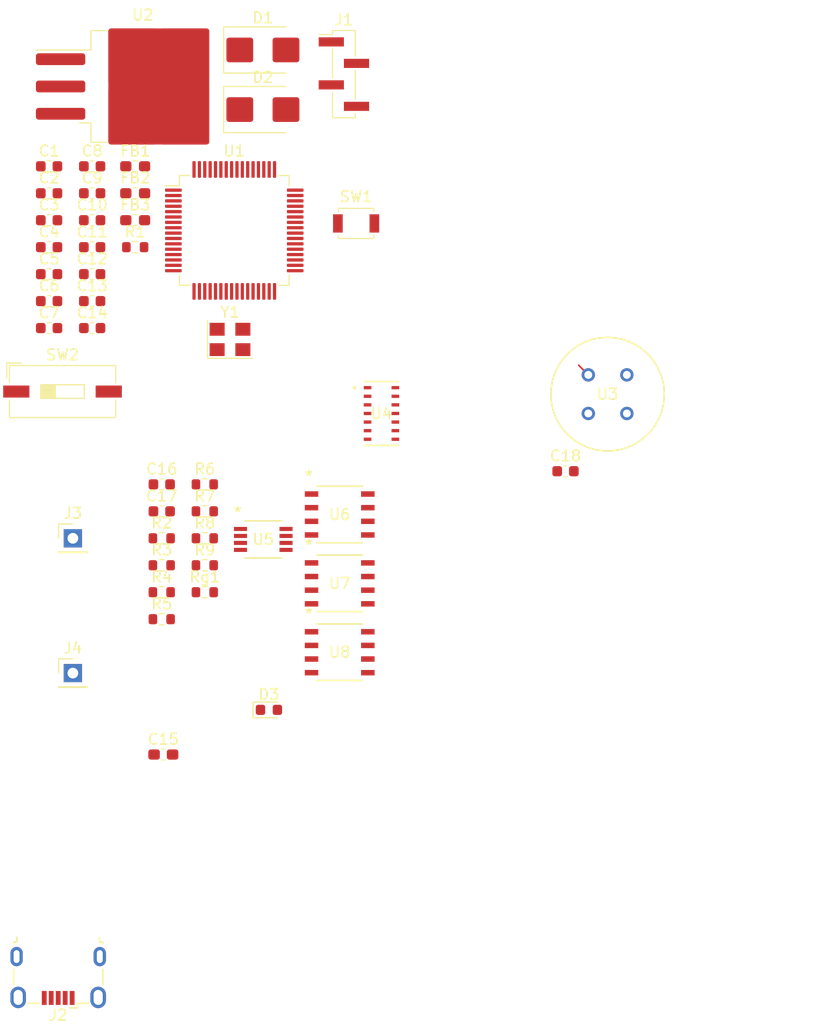
<source format=kicad_pcb>
(kicad_pcb (version 20221018) (generator pcbnew)
  (layers (0 "F.Cu" signal) (31 "B.Cu" signal) (34 "B.Paste" user) (35 "F.Paste" user) (36 "B.SilkS" user "B.Silkscreen") (37 "F.SilkS" user "F.Silkscreen") (38 "B.Mask" user) (39 "F.Mask" user) (44 "Edge.Cuts" user))
  (net 0 "")
  (net 1 "VBUS")
  (net 2 "GND")
  (net 3 "Net-(U2-VO)")
  (net 4 "+3.3VA")
  (net 5 "+3.3V")
  (net 6 "NRST")
  (net 7 "HSE_IN")
  (net 8 "HSE_OUT")
  (net 9 "/sw_boot")
  (net 10 "SWDIO")
  (net 11 "SWCLK")
  (net 12 "USB_D-")
  (net 13 "USB_D+")
  (net 16 "BOOT")
  (net 24 "Net-(C15-Pad1)")
  (net 25 "Net-(U7A-+)")
  (net 26 "Net-(C16-Pad1)")
  (net 37 "Temp_SCL")
  (net 48 "/EMG")
  (net 57 "oxi_scl")
  (net 61 "oxi_sda")
  (net 71 "Vref")
  (net 72 "Net-(U8A--)")
  (net 73 "ADC1-1")
  (net 74 "Net-(J4-Pin_1)")
  (net 75 "Net-(U6A-+)")
  (net 76 "Net-(R5-Pad1)")
  (net 77 "Net-(U7A--)")
  (net 78 "Net-(U8A-+)")
  (net 79 "Net-(Rg1-Pad1)")
  (net 80 "Net-(Rg1-Pad2)")
  (net 81 "ADC1-0")
  (net 82 "Temp_SDA")
  (net 83 "scl_lcd")
  (net 84 "sda_lcd")
  (footprint "Capacitor_SMD:C_0603_1608Metric" (layer "F.Cu") (at 115.29 68.43)
    (fp_text reference "C8" (at 0 -1.43) (layer "F.SilkS"))
    (fp_text value "100nF")
    (fp_line (start -0.14058 -0.51) (end 0.14058 -0.51) (stroke (width 0.12)) (layer "F.SilkS"))
    (fp_line (start -0.14058 0.51) (end 0.14058 0.51) (stroke (width 0.12)) (layer "F.SilkS"))
    (pad "1" smd roundrect (at -0.775 0) (size 0.9 0.95) (layers "F.Cu" "F.Paste" "F.Mask") (net 5 "+3.3V"))
    (pad "2" smd roundrect (at 0.775 0) (size 0.9 0.95) (layers "F.Cu" "F.Paste" "F.Mask") (net 2 "GND"))
  )
  (footprint "Button_Switch_SMD:SW_DIP_SPSTx01_Slide_9.78x4.72mm_W8.61mm_P2.54mm" (layer "F.Cu") (at 112.53 89.4)
    (fp_text reference "SW2" (at 0 -3.42) (layer "F.SilkS"))
    (fp_text value "SW_SPDT")
    (fp_line (start -5.19 -2.66) (end -5.19 -1.277) (stroke (width 0.12)) (layer "F.SilkS"))
    (fp_line (start -5.19 -2.66) (end -3.806 -2.66) (stroke (width 0.12)) (layer "F.SilkS"))
    (fp_line (start -4.95 -2.42) (end -4.95 -0.8) (stroke (width 0.12)) (layer "F.SilkS"))
    (fp_line (start -4.95 -2.42) (end 4.95 -2.42) (stroke (width 0.12)) (layer "F.SilkS"))
    (fp_line (start -4.95 0.8) (end -4.95 2.42) (stroke (width 0.12)) (layer "F.SilkS"))
    (fp_line (start -4.95 2.42) (end 4.95 2.42) (stroke (width 0.12)) (layer "F.SilkS"))
    (fp_line (start -2.03 -0.635) (end -2.03 0.635) (stroke (width 0.12)) (layer "F.SilkS"))
    (fp_line (start -2.03 -0.515) (end -0.676667 -0.515) (stroke (width 0.12)) (layer "F.SilkS"))
    (fp_line (start -2.03 -0.395) (end -0.676667 -0.395) (stroke (width 0.12)) (layer "F.SilkS"))
    (fp_line (start -2.03 -0.275) (end -0.676667 -0.275) (stroke (width 0.12)) (layer "F.SilkS"))
    (fp_line (start -2.03 -0.155) (end -0.676667 -0.155) (stroke (width 0.12)) (layer "F.SilkS"))
    (fp_line (start -2.03 -0.035) (end -0.676667 -0.035) (stroke (width 0.12)) (layer "F.SilkS"))
    (fp_line (start -2.03 0.085) (end -0.676667 0.085) (stroke (width 0.12)) (layer "F.SilkS"))
    (fp_line (start -2.03 0.205) (end -0.676667 0.205) (stroke (width 0.12)) (layer "F.SilkS"))
    (fp_line (start -2.03 0.325) (end -0.676667 0.325) (stroke (width 0.12)) (layer "F.SilkS"))
    (fp_line (start -2.03 0.445) (end -0.676667 0.445) (stroke (width 0.12)) (layer "F.SilkS"))
    (fp_line (start -2.03 0.565) (end -0.676667 0.565) (stroke (width 0.12)) (layer "F.SilkS"))
    (fp_line (start -2.03 0.635) (end 2.03 0.635) (stroke (width 0.12)) (layer "F.SilkS"))
    (fp_line (start -0.676667 -0.635) (end -0.676667 0.635) (stroke (width 0.12)) (layer "F.SilkS"))
    (fp_line (start 2.03 -0.635) (end -2.03 -0.635) (stroke (width 0.12)) (layer "F.SilkS"))
    (fp_line (start 2.03 0.635) (end 2.03 -0.635) (stroke (width 0.12)) (layer "F.SilkS"))
    (fp_line (start 4.95 -2.42) (end 4.95 -0.8) (stroke (width 0.12)) (layer "F.SilkS"))
    (fp_line (start 4.95 0.8) (end 4.95 2.42) (stroke (width 0.12)) (layer "F.SilkS"))
    (pad "1" smd rect (at -4.305 0) (size 2.44 1.12) (layers "F.Cu" "F.Paste" "F.Mask") (net 2 "GND"))
    (pad "2" smd rect (at 4.305 0) (size 2.44 1.12) (layers "F.Cu" "F.Paste" "F.Mask") (net 9 "/sw_boot"))
  )
  (footprint "Resistor_SMD:R_0603_1608Metric" (layer "F.Cu") (at 121.773 103.06)
    (fp_text reference "R2" (at 0 -1.43) (layer "F.SilkS"))
    (fp_text value "10k")
    (fp_line (start -0.237258 -0.5225) (end 0.237258 -0.5225) (stroke (width 0.12)) (layer "F.SilkS"))
    (fp_line (start -0.237258 0.5225) (end 0.237258 0.5225) (stroke (width 0.12)) (layer "F.SilkS"))
    (pad "1" smd roundrect (at -0.825 0) (size 0.8 0.95) (layers "F.Cu" "F.Paste" "F.Mask") (net 1 "VBUS"))
    (pad "2" smd roundrect (at 0.825 0) (size 0.8 0.95) (layers "F.Cu" "F.Paste" "F.Mask") (net 75 "Net-(U6A-+)"))
  )
  (footprint "Capacitor_SMD:C_0603_1608Metric" (layer "F.Cu") (at 111.28 73.45)
    (fp_text reference "C3" (at 0 -1.43) (layer "F.SilkS"))
    (fp_text value "10nF")
    (fp_line (start -0.14058 -0.51) (end 0.14058 -0.51) (stroke (width 0.12)) (layer "F.SilkS"))
    (fp_line (start -0.14058 0.51) (end 0.14058 0.51) (stroke (width 0.12)) (layer "F.SilkS"))
    (pad "1" smd roundrect (at -0.775 0) (size 0.9 0.95) (layers "F.Cu" "F.Paste" "F.Mask") (net 4 "+3.3VA"))
    (pad "2" smd roundrect (at 0.775 0) (size 0.9 0.95) (layers "F.Cu" "F.Paste" "F.Mask") (net 2 "GND"))
  )
  (footprint "Capacitor_SMD:C_0603_1608Metric" (layer "F.Cu") (at 111.28 75.96)
    (fp_text reference "C4" (at 0 -1.43) (layer "F.SilkS"))
    (fp_text value "1uF")
    (fp_line (start -0.14058 -0.51) (end 0.14058 -0.51) (stroke (width 0.12)) (layer "F.SilkS"))
    (fp_line (start -0.14058 0.51) (end 0.14058 0.51) (stroke (width 0.12)) (layer "F.SilkS"))
    (pad "1" smd roundrect (at -0.775 0) (size 0.9 0.95) (layers "F.Cu" "F.Paste" "F.Mask") (net 4 "+3.3VA"))
    (pad "2" smd roundrect (at 0.775 0) (size 0.9 0.95) (layers "F.Cu" "F.Paste" "F.Mask") (net 2 "GND"))
  )
  (footprint "Resistor_SMD:R_0603_1608Metric" (layer "F.Cu") (at 125.783 100.55)
    (fp_text reference "R7" (at 0 -1.43) (layer "F.SilkS"))
    (fp_text value "1k")
    (fp_line (start -0.237258 -0.5225) (end 0.237258 -0.5225) (stroke (width 0.12)) (layer "F.SilkS"))
    (fp_line (start -0.237258 0.5225) (end 0.237258 0.5225) (stroke (width 0.12)) (layer "F.SilkS"))
    (pad "1" smd roundrect (at -0.825 0) (size 0.8 0.95) (layers "F.Cu" "F.Paste" "F.Mask") (net 76 "Net-(R5-Pad1)"))
    (pad "2" smd roundrect (at 0.825 0) (size 0.8 0.95) (layers "F.Cu" "F.Paste" "F.Mask") (net 26 "Net-(C16-Pad1)"))
  )
  (footprint "Capacitor_SMD:C_0603_1608Metric_Pad1.08x0.95mm_HandSolder" (layer "F.Cu") (at 121.92 123.19)
    (fp_text reference "C15" (at 0 -1.43) (layer "F.SilkS"))
    (fp_text value "1uF")
    (fp_line (start -0.146267 -0.51) (end 0.146267 -0.51) (stroke (width 0.12)) (layer "F.SilkS"))
    (fp_line (start -0.146267 0.51) (end 0.146267 0.51) (stroke (width 0.12)) (layer "F.SilkS"))
    (pad "1" smd roundrect (at -0.8625 0) (size 1.075 0.95) (layers "F.Cu" "F.Paste" "F.Mask") (net 24 "Net-(C15-Pad1)"))
    (pad "2" smd roundrect (at 0.8625 0) (size 1.075 0.95) (layers "F.Cu" "F.Paste" "F.Mask") (net 25 "Net-(U7A-+)"))
  )
  (footprint "Package_QFP:LQFP-64_10x10mm_P0.5mm" (layer "F.Cu") (at 128.53 74.4)
    (fp_text reference "U1" (at 0 -7.4) (layer "F.SilkS"))
    (fp_text value "STM32F446RET6TR")
    (fp_line (start -5.11 -5.11) (end -5.11 -4.16) (stroke (width 0.12)) (layer "F.SilkS"))
    (fp_line (start -5.11 -4.16) (end -6.45 -4.16) (stroke (width 0.12)) (layer "F.SilkS"))
    (fp_line (start -5.11 5.11) (end -5.11 4.16) (stroke (width 0.12)) (layer "F.SilkS"))
    (fp_line (start -4.16 -5.11) (end -5.11 -5.11) (stroke (width 0.12)) (layer "F.SilkS"))
    (fp_line (start -4.16 5.11) (end -5.11 5.11) (stroke (width 0.12)) (layer "F.SilkS"))
    (fp_line (start 4.16 -5.11) (end 5.11 -5.11) (stroke (width 0.12)) (layer "F.SilkS"))
    (fp_line (start 4.16 5.11) (end 5.11 5.11) (stroke (width 0.12)) (layer "F.SilkS"))
    (fp_line (start 5.11 -5.11) (end 5.11 -4.16) (stroke (width 0.12)) (layer "F.SilkS"))
    (fp_line (start 5.11 5.11) (end 5.11 4.16) (stroke (width 0.12)) (layer "F.SilkS"))
    (pad "1" smd roundrect (at -5.675 -3.75) (size 1.55 0.3) (layers "F.Cu" "F.Paste" "F.Mask") (net 5 "+3.3V"))
    (pad "2" smd roundrect (at -5.675 -3.25) (size 1.55 0.3) (layers "F.Cu" "F.Paste" "F.Mask"))
    (pad "3" smd roundrect (at -5.675 -2.75) (size 1.55 0.3) (layers "F.Cu" "F.Paste" "F.Mask"))
    (pad "4" smd roundrect (at -5.675 -2.25) (size 1.55 0.3) (layers "F.Cu" "F.Paste" "F.Mask"))
    (pad "5" smd roundrect (at -5.675 -1.75) (size 1.55 0.3) (layers "F.Cu" "F.Paste" "F.Mask") (net 7 "HSE_IN"))
    (pad "6" smd roundrect (at -5.675 -1.25) (size 1.55 0.3) (layers "F.Cu" "F.Paste" "F.Mask") (net 8 "HSE_OUT"))
    (pad "7" smd roundrect (at -5.675 -0.75) (size 1.55 0.3) (layers "F.Cu" "F.Paste" "F.Mask") (net 6 "NRST"))
    (pad "8" smd roundrect (at -5.675 -0.25) (size 1.55 0.3) (layers "F.Cu" "F.Paste" "F.Mask"))
    (pad "9" smd roundrect (at -5.675 0.25) (size 1.55 0.3) (layers "F.Cu" "F.Paste" "F.Mask"))
    (pad "10" smd roundrect (at -5.675 0.75) (size 1.55 0.3) (layers "F.Cu" "F.Paste" "F.Mask"))
    (pad "11" smd roundrect (at -5.675 1.25) (size 1.55 0.3) (layers "F.Cu" "F.Paste" "F.Mask"))
    (pad "12" smd roundrect (at -5.675 1.75) (size 1.55 0.3) (layers "F.Cu" "F.Paste" "F.Mask") (net 2 "GND"))
    (pad "13" smd roundrect (at -5.675 2.25) (size 1.55 0.3) (layers "F.Cu" "F.Paste" "F.Mask") (net 4 "+3.3VA"))
    (pad "14" smd roundrect (at -5.675 2.75) (size 1.55 0.3) (layers "F.Cu" "F.Paste" "F.Mask") (net 81 "ADC1-0"))
    (pad "15" smd roundrect (at -5.675 3.25) (size 1.55 0.3) (layers "F.Cu" "F.Paste" "F.Mask") (net 73 "ADC1-1"))
    (pad "16" smd roundrect (at -5.675 3.75) (size 1.55 0.3) (layers "F.Cu" "F.Paste" "F.Mask"))
    (pad "17" smd roundrect (at -3.75 5.675) (size 0.3 1.55) (layers "F.Cu" "F.Paste" "F.Mask"))
    (pad "18" smd roundrect (at -3.25 5.675) (size 0.3 1.55) (layers "F.Cu" "F.Paste" "F.Mask") (net 2 "GND"))
    (pad "19" smd roundrect (at -2.75 5.675) (size 0.3 1.55) (layers "F.Cu" "F.Paste" "F.Mask") (net 5 "+3.3V"))
    (pad "20" smd roundrect (at -2.25 5.675) (size 0.3 1.55) (layers "F.Cu" "F.Paste" "F.Mask"))
    (pad "21" smd roundrect (at -1.75 5.675) (size 0.3 1.55) (layers "F.Cu" "F.Paste" "F.Mask"))
    (pad "22" smd roundrect (at -1.25 5.675) (size 0.3 1.55) (layers "F.Cu" "F.Paste" "F.Mask"))
    (pad "23" smd roundrect (at -0.75 5.675) (size 0.3 1.55) (layers "F.Cu" "F.Paste" "F.Mask"))
    (pad "24" smd roundrect (at -0.25 5.675) (size 0.3 1.55) (layers "F.Cu" "F.Paste" "F.Mask"))
    (pad "25" smd roundrect (at 0.25 5.675) (size 0.3 1.55) (layers "F.Cu" "F.Paste" "F.Mask"))
    (pad "26" smd roundrect (at 0.75 5.675) (size 0.3 1.55) (layers "F.Cu" "F.Paste" "F.Mask"))
    (pad "27" smd roundrect (at 1.25 5.675) (size 0.3 1.55) (layers "F.Cu" "F.Paste" "F.Mask"))
    (pad "28" smd roundrect (at 1.75 5.675) (size 0.3 1.55) (layers "F.Cu" "F.Paste" "F.Mask"))
    (pad "29" smd roundrect (at 2.25 5.675) (size 0.3 1.55) (layers "F.Cu" "F.Paste" "F.Mask") (net 37 "Temp_SCL"))
    (pad "30" smd roundrect (at 2.75 5.675) (size 0.3 1.55) (layers "F.Cu" "F.Paste" "F.Mask"))
    (pad "31" smd roundrect (at 3.25 5.675) (size 0.3 1.55) (layers "F.Cu" "F.Paste" "F.Mask") (net 2 "GND"))
    (pad "32" smd roundrect (at 3.75 5.675) (size 0.3 1.55) (layers "F.Cu" "F.Paste" "F.Mask") (net 5 "+3.3V"))
    (pad "33" smd roundrect (at 5.675 3.75) (size 1.55 0.3) (layers "F.Cu" "F.Paste" "F.Mask"))
    (pad "34" smd roundrect (at 5.675 3.25) (size 1.55 0.3) (layers "F.Cu" "F.Paste" "F.Mask"))
    (pad "35" smd roundrect (at 5.675 2.75) (size 1.55 0.3) (layers "F.Cu" "F.Paste" "F.Mask"))
    (pad "36" smd roundrect (at 5.675 2.25) (size 1.55 0.3) (layers "F.Cu" "F.Paste" "F.Mask"))
    (pad "37" smd roundrect (at 5.675 1.75) (size 1.55 0.3) (layers "F.Cu" "F.Paste" "F.Mask"))
    (pad "38" smd roundrect (at 5.675 1.25) (size 1.55 0.3) (layers "F.Cu" "F.Paste" "F.Mask"))
    (pad "39" smd roundrect (at 5.675 0.75) (size 1.55 0.3) (layers "F.Cu" "F.Paste" "F.Mask"))
    (pad "40" smd roundrect (at 5.675 0.25) (size 1.55 0.3) (layers "F.Cu" "F.Paste" "F.Mask"))
    (pad "41" smd roundrect (at 5.675 -0.25) (size 1.55 0.3) (layers "F.Cu" "F.Paste" "F.Mask") (net 57 "oxi_scl"))
    (pad "42" smd roundrect (at 5.675 -0.75) (size 1.55 0.3) (layers "F.Cu" "F.Paste" "F.Mask") (net 61 "oxi_sda"))
    (pad "43" smd roundrect (at 5.675 -1.25) (size 1.55 0.3) (layers "F.Cu" "F.Paste" "F.Mask"))
    (pad "44" smd roundrect (at 5.675 -1.75) (size 1.55 0.3) (layers "F.Cu" "F.Paste" "F.Mask") (net 12 "USB_D-"))
    (pad "45" smd roundrect (at 5.675 -2.25) (size 1.55 0.3) (layers "F.Cu" "F.Paste" "F.Mask") (net 13 "USB_D+"))
    (pad "46" smd roundrect (at 5.675 -2.75) (size 1.55 0.3) (layers "F.Cu" "F.Paste" "F.Mask") (net 10 "SWDIO"))
    (pad "47" smd roundrect (at 5.675 -3.25) (size 1.55 0.3) (layers "F.Cu" "F.Paste" "F.Mask") (net 2 "GND"))
    (pad "48" smd roundrect (at 5.675 -3.75) (size 1.55 0.3) (layers "F.Cu" "F.Paste" "F.Mask") (net 5 "+3.3V"))
    (pad "49" smd roundrect (at 3.75 -5.675) (size 0.3 1.55) (layers "F.Cu" "F.Paste" "F.Mask") (net 11 "SWCLK"))
    (pad "50" smd roundrect (at 3.25 -5.675) (size 0.3 1.55) (layers "F.Cu" "F.Paste" "F.Mask"))
    (pad "51" smd roundrect (at 2.75 -5.675) (size 0.3 1.55) (layers "F.Cu" "F.Paste" "F.Mask"))
    (pad "52" smd roundrect (at 2.25 -5.675) (size 0.3 1.55) (layers "F.Cu" "F.Paste" "F.Mask"))
    (pad "53" smd roundrect (at 1.75 -5.675) (size 0.3 1.55) (layers "F.Cu" "F.Paste" "F.Mask") (net 82 "Temp_SDA"))
    (pad "54" smd roundrect (at 1.25 -5.675) (size 0.3 1.55) (layers "F.Cu" "F.Paste" "F.Mask"))
    (pad "55" smd roundrect (at 0.75 -5.675) (size 0.3 1.55) (layers "F.Cu" "F.Paste" "F.Mask"))
    (pad "56" smd roundrect (at 0.25 -5.675) (size 0.3 1.55) (layers "F.Cu" "F.Paste" "F.Mask"))
    (pad "57" smd roundrect (at -0.25 -5.675) (size 0.3 1.55) (layers "F.Cu" "F.Paste" "F.Mask"))
    (pad "58" smd roundrect (at -0.75 -5.675) (size 0.3 1.55) (layers "F.Cu" "F.Paste" "F.Mask") (net 83 "scl_lcd"))
    (pad "59" smd roundrect (at -1.25 -5.675) (size 0.3 1.55) (layers "F.Cu" "F.Paste" "F.Mask") (net 84 "sda_lcd"))
    (pad "60" smd roundrect (at -1.75 -5.675) (size 0.3 1.55) (layers "F.Cu" "F.Paste" "F.Mask") (net 16 "BOOT"))
    (pad "61" smd roundrect (at -2.25 -5.675) (size 0.3 1.55) (layers "F.Cu" "F.Paste" "F.Mask"))
    (pad "62" smd roundrect (at -2.75 -5.675) (size 0.3 1.55) (layers "F.Cu" "F.Paste" "F.Mask"))
    (pad "63" smd roundrect (at -3.25 -5.675) (size 0.3 1.55) (layers "F.Cu" "F.Paste" "F.Mask") (net 2 "GND"))
    (pad "64" smd roundrect (at -3.75 -5.675) (size 0.3 1.55) (layers "F.Cu" "F.Paste" "F.Mask") (net 5 "+3.3V"))
  )
  (footprint "Diode_SMD:D_SMB" (layer "F.Cu") (at 131.195 57.6)
    (fp_text reference "D1" (at 0 -3) (layer "F.SilkS"))
    (fp_text value "SM6T6V8A")
    (fp_line (start -3.66 -2.15) (end -3.66 2.15) (stroke (width 0.12)) (layer "F.SilkS"))
    (fp_line (start -3.66 -2.15) (end 2.15 -2.15) (stroke (width 0.12)) (layer "F.SilkS"))
    (fp_line (start -3.66 2.15) (end 2.15 2.15) (stroke (width 0.12)) (layer "F.SilkS"))
    (pad "1" smd roundrect (at -2.15 0) (size 2.5 2.3) (layers "F.Cu" "F.Paste" "F.Mask") (roundrect_rratio 0.1086956522) (net 6 "NRST"))
    (pad "2" smd roundrect (at 2.15 0) (size 2.5 2.3) (layers "F.Cu" "F.Paste" "F.Mask") (roundrect_rratio 0.1086956522) (net 2 "GND"))
  )
  (footprint "Capacitor_SMD:C_0603_1608Metric" (layer "F.Cu") (at 115.29 73.45)
    (fp_text reference "C10" (at 0 -1.43) (layer "F.SilkS"))
    (fp_text value "100nF")
    (fp_line (start -0.14058 -0.51) (end 0.14058 -0.51) (stroke (width 0.12)) (layer "F.SilkS"))
    (fp_line (start -0.14058 0.51) (end 0.14058 0.51) (stroke (width 0.12)) (layer "F.SilkS"))
    (pad "1" smd roundrect (at -0.775 0) (size 0.9 0.95) (layers "F.Cu" "F.Paste" "F.Mask") (net 5 "+3.3V"))
    (pad "2" smd roundrect (at 0.775 0) (size 0.9 0.95) (layers "F.Cu" "F.Paste" "F.Mask") (net 2 "GND"))
  )
  (footprint "Capacitor_SMD:C_0603_1608Metric" (layer "F.Cu") (at 111.28 78.47)
    (fp_text reference "C5" (at 0 -1.43) (layer "F.SilkS"))
    (fp_text value "4.7uF")
    (fp_line (start -0.14058 -0.51) (end 0.14058 -0.51) (stroke (width 0.12)) (layer "F.SilkS"))
    (fp_line (start -0.14058 0.51) (end 0.14058 0.51) (stroke (width 0.12)) (layer "F.SilkS"))
    (pad "1" smd roundrect (at -0.775 0) (size 0.9 0.95) (layers "F.Cu" "F.Paste" "F.Mask") (net 5 "+3.3V"))
    (pad "2" smd roundrect (at 0.775 0) (size 0.9 0.95) (layers "F.Cu" "F.Paste" "F.Mask") (net 2 "GND"))
  )
  (footprint "Connector_USB:USB_Micro-B_Wuerth_629105150521" (layer "F.Cu") (at 112.125 143.95 180)
    (fp_text reference "J2" (at 0 -3.5) (layer "F.SilkS"))
    (fp_text value "USB_B_Micro")
    (fp_line (start -4.15 -0.65) (end -4.15 0.75) (stroke (width 0.15)) (layer "F.SilkS"))
    (fp_line (start -4.15 3.15) (end -4.15 3.3) (stroke (width 0.15)) (layer "F.SilkS"))
    (fp_line (start -4.15 3.3) (end -3.85 3.3) (stroke (width 0.15)) (layer "F.SilkS"))
    (fp_line (start -3.85 3.3) (end -3.85 3.75) (stroke (width 0.15)) (layer "F.SilkS"))
    (fp_line (start -1.8 -2.825) (end -1.8 -2.4) (stroke (width 0.15)) (layer "F.SilkS"))
    (fp_line (start -1.8 -2.4) (end -2.8 -2.4) (stroke (width 0.15)) (layer "F.SilkS"))
    (fp_line (start -1.075 -2.825) (end -1.8 -2.825) (stroke (width 0.15)) (layer "F.SilkS"))
    (fp_line (start 1.8 -2.4) (end 2.8 -2.4) (stroke (width 0.15)) (layer "F.SilkS"))
    (fp_line (start 3.85 3.3) (end 4.15 3.3) (stroke (width 0.15)) (layer "F.SilkS"))
    (fp_line (start 3.85 3.75) (end 3.85 3.3) (stroke (width 0.15)) (layer "F.SilkS"))
    (fp_line (start 4.15 0.75) (end 4.15 -0.65) (stroke (width 0.15)) (layer "F.SilkS"))
    (fp_line (start 4.15 3.3) (end 4.15 3.15) (stroke (width 0.15)) (layer "F.SilkS"))
    (pad "" np_thru_hole oval (at -2.5 -0.8 180) (size 0.8 0.8) (drill 0.8) (layers "*.Cu" "*.Mask"))
    (pad "" np_thru_hole oval (at 2.5 -0.8 180) (size 0.8 0.8) (drill 0.8) (layers "*.Cu" "*.Mask"))
    (pad "1" smd rect (at -1.3 -1.9 180) (size 0.45 1.3) (layers "F.Cu" "F.Paste" "F.Mask") (net 1 "VBUS"))
    (pad "2" smd rect (at -0.65 -1.9 180) (size 0.45 1.3) (layers "F.Cu" "F.Paste" "F.Mask") (net 12 "USB_D-"))
    (pad "3" smd rect (at 0 -1.9 180) (size 0.45 1.3) (layers "F.Cu" "F.Paste" "F.Mask") (net 13 "USB_D+"))
    (pad "4" smd rect (at 0.65 -1.9 180) (size 0.45 1.3) (layers "F.Cu" "F.Paste" "F.Mask"))
    (pad "5" smd rect (at 1.3 -1.9 180) (size 0.45 1.3) (layers "F.Cu" "F.Paste" "F.Mask") (net 2 "GND"))
    (pad "6" thru_hole oval (at -3.875 1.95 180) (size 1.15 1.8) (drill oval 0.55 1.2) (layers "*.Cu" "*.Mask"))
    (pad "6" thru_hole oval (at -3.725 -1.85 180) (size 1.45 2) (drill oval 0.85 1.4) (layers "*.Cu" "*.Mask"))
    (pad "6" thru_hole oval (at 3.725 -1.85 180) (size 1.45 2) (drill oval 0.85 1.4) (layers "*.Cu" "*.Mask"))
    (pad "6" thru_hole oval (at 3.875 1.95 180) (size 1.15 1.8) (drill oval 0.55 1.2) (layers "*.Cu" "*.Mask"))
  )
  (footprint "Resistor_SMD:R_0603_1608Metric" (layer "F.Cu") (at 125.783 98.04)
    (fp_text reference "R6" (at 0 -1.43) (layer "F.SilkS"))
    (fp_text value "1K")
    (fp_line (start -0.237258 -0.5225) (end 0.237258 -0.5225) (stroke (width 0.12)) (layer "F.SilkS"))
    (fp_line (start -0.237258 0.5225) (end 0.237258 0.5225) (stroke (width 0.12)) (layer "F.SilkS"))
    (pad "1" smd roundrect (at -0.825 0) (size 0.8 0.95) (layers "F.Cu" "F.Paste" "F.Mask") (net 77 "Net-(U7A--)"))
    (pad "2" smd roundrect (at 0.825 0) (size 0.8 0.95) (layers "F.Cu" "F.Paste" "F.Mask") (net 2 "GND"))
  )
  (footprint "Diode_SMD:D_0603_1608Metric" (layer "F.Cu") (at 131.758 119.03)
    (fp_text reference "D3" (at 0 -1.43) (layer "F.SilkS"))
    (fp_text value "3.3V")
    (fp_line (start -1.485 -0.735) (end -1.485 0.735) (stroke (width 0.12)) (layer "F.SilkS"))
    (fp_line (start -1.485 0.735) (end 0.8 0.735) (stroke (width 0.12)) (layer "F.SilkS"))
    (fp_line (start 0.8 -0.735) (end -1.485 -0.735) (stroke (width 0.12)) (layer "F.SilkS"))
    (pad "1" smd roundrect (at -0.7875 0) (size 0.875 0.95) (layers "F.Cu" "F.Paste" "F.Mask") (net 73 "ADC1-1"))
    (pad "2" smd roundrect (at 0.7875 0) (size 0.875 0.95) (layers "F.Cu" "F.Paste" "F.Mask") (net 2 "GND"))
  )
  (footprint "Inductor_SMD:L_0603_1608Metric_Pad1.05x0.95mm_HandSolder" (layer "F.Cu") (at 119.3 73.45)
    (fp_text reference "FB3" (at 0 -1.43) (layer "F.SilkS"))
    (fp_text value "New_Library:FerriteBead")
    (fp_line (start -0.171267 -0.51) (end 0.171267 -0.51) (stroke (width 0.12)) (layer "F.SilkS"))
    (fp_line (start -0.171267 0.51) (end 0.171267 0.51) (stroke (width 0.12)) (layer "F.SilkS"))
    (pad "1" smd roundrect (at -0.875 0) (size 1.05 0.95) (layers "F.Cu" "F.Paste" "F.Mask") (net 5 "+3.3V"))
    (pad "2" smd roundrect (at 0.875 0) (size 1.05 0.95) (layers "F.Cu" "F.Paste" "F.Mask") (net 4 "+3.3VA"))
  )
  (footprint "Diode_SMD:D_SMB" (layer "F.Cu") (at 131.195 63.15)
    (fp_text reference "D2" (at 0 -3) (layer "F.SilkS"))
    (fp_text value "SM6T6V8A")
    (fp_line (start -3.66 -2.15) (end -3.66 2.15) (stroke (width 0.12)) (layer "F.SilkS"))
    (fp_line (start -3.66 -2.15) (end 2.15 -2.15) (stroke (width 0.12)) (layer "F.SilkS"))
    (fp_line (start -3.66 2.15) (end 2.15 2.15) (stroke (width 0.12)) (layer "F.SilkS"))
    (pad "1" smd roundrect (at -2.15 0) (size 2.5 2.3) (layers "F.Cu" "F.Paste" "F.Mask") (roundrect_rratio 0.1086956522) (net 9 "/sw_boot"))
    (pad "2" smd roundrect (at 2.15 0) (size 2.5 2.3) (layers "F.Cu" "F.Paste" "F.Mask") (roundrect_rratio 0.1086956522) (net 2 "GND"))
  )
  (footprint "Resistor_SMD:R_0603_1608Metric" (layer "F.Cu") (at 119.3 75.96)
    (fp_text reference "R1" (at 0 -1.43) (layer "F.SilkS"))
    (fp_text value "10k")
    (fp_line (start -0.237258 -0.5225) (end 0.237258 -0.5225) (stroke (width 0.12)) (layer "F.SilkS"))
    (fp_line (start -0.237258 0.5225) (end 0.237258 0.5225) (stroke (width 0.12)) (layer "F.SilkS"))
    (pad "1" smd roundrect (at -0.825 0) (size 0.8 0.95) (layers "F.Cu" "F.Paste" "F.Mask") (net 9 "/sw_boot"))
    (pad "2" smd roundrect (at 0.825 0) (size 0.8 0.95) (layers "F.Cu" "F.Paste" "F.Mask") (net 16 "BOOT"))
  )
  (footprint "Inductor_SMD:L_0603_1608Metric_Pad1.05x0.95mm_HandSolder" (layer "F.Cu") (at 119.3 70.94)
    (fp_text reference "FB2" (at 0 -1.43) (layer "F.SilkS"))
    (fp_text value "FerriteBead")
    (fp_line (start -0.171267 -0.51) (end 0.171267 -0.51) (stroke (width 0.12)) (layer "F.SilkS"))
    (fp_line (start -0.171267 0.51) (end 0.171267 0.51) (stroke (width 0.12)) (layer "F.SilkS"))
    (pad "1" smd roundrect (at -0.875 0) (size 1.05 0.95) (layers "F.Cu" "F.Paste" "F.Mask") (net 3 "Net-(U2-VO)"))
    (pad "2" smd roundrect (at 0.875 0) (size 1.05 0.95) (layers "F.Cu" "F.Paste" "F.Mask") (net 4 "+3.3VA"))
  )
  (footprint "AD623:RM_8_ADI-L" (layer "F.Cu") (at 131.2291 103.165001)
    (fp_text reference "U5" (at 0 0 unlocked) (layer "F.SilkS"))
    (fp_text value "AD623")
    (fp_text user "*" (at -2.3749 -2.499 unlocked) (layer "F.SilkS"))
    (fp_text user "*" (at -2.3749 -2.499) (layer "F.SilkS"))
    (fp_line (start -1.7272 1.7272) (end 1.7272 1.7272) (stroke (width 0.1524)) (layer "F.SilkS"))
    (fp_line (start 1.7272 -1.7272) (end -1.7272 -1.7272) (stroke (width 0.1524)) (layer "F.SilkS"))
    (pad "1" smd rect (at -2.1209 -0.974999) (size 1.2192 0.381) (layers "F.Cu" "F.Paste" "F.Mask") (net 79 "Net-(Rg1-Pad1)"))
    (pad "2" smd rect (at -2.1209 -0.325001) (size 1.2192 0.381) (layers "F.Cu" "F.Paste" "F.Mask") (net 48 "/EMG"))
    (pad "3" smd rect (at -2.1209 0.325001) (size 1.2192 0.381) (layers "F.Cu" "F.Paste" "F.Mask") (net 74 "Net-(J4-Pin_1)"))
    (pad "4" smd rect (at -2.1209 0.974999) (size 1.2192 0.381) (layers "F.Cu" "F.Paste" "F.Mask") (net 2 "GND"))
    (pad "5" smd rect (at 2.1209 0.974999) (size 1.2192 0.381) (layers "F.Cu" "F.Paste" "F.Mask") (net 71 "Vref"))
    (pad "6" smd rect (at 2.1209 0.325001) (size 1.2192 0.381) (layers "F.Cu" "F.Paste" "F.Mask") (net 24 "Net-(C15-Pad1)"))
    (pad "7" smd rect (at 2.1209 -0.325001) (size 1.2192 0.381) (layers "F.Cu" "F.Paste" "F.Mask") (net 1 "VBUS"))
    (pad "8" smd rect (at 2.1209 -0.974999) (size 1.2192 0.381) (layers "F.Cu" "F.Paste" "F.Mask") (net 80 "Net-(Rg1-Pad2)"))
  )
  (footprint "Capacitor_SMD:C_0603_1608Metric" (layer "F.Cu") (at 115.29 75.96)
    (fp_text reference "C11" (at 0 -1.43) (layer "F.SilkS"))
    (fp_text value "1uF")
    (fp_line (start -0.14058 -0.51) (end 0.14058 -0.51) (stroke (width 0.12)) (layer "F.SilkS"))
    (fp_line (start -0.14058 0.51) (end 0.14058 0.51) (stroke (width 0.12)) (layer "F.SilkS"))
    (pad "1" smd roundrect (at -0.775 0) (size 0.9 0.95) (layers "F.Cu" "F.Paste" "F.Mask") (net 5 "+3.3V"))
    (pad "2" smd roundrect (at 0.775 0) (size 0.9 0.95) (layers "F.Cu" "F.Paste" "F.Mask") (net 2 "GND"))
  )
  (footprint "Connector_PinHeader_2.54mm:PinHeader_1x01_P2.54mm_Vertical" (layer "F.Cu") (at 113.493 115.61)
    (fp_text reference "J4" (at 0 -2.33) (layer "F.SilkS"))
    (fp_text value "Eletrode 2")
    (fp_line (start -1.33 -1.33) (end 0 -1.33) (stroke (width 0.12)) (layer "F.SilkS"))
    (fp_line (start -1.33 0) (end -1.33 -1.33) (stroke (width 0.12)) (layer "F.SilkS"))
    (fp_line (start -1.33 1.27) (end -1.33 1.33) (stroke (width 0.12)) (layer "F.SilkS"))
    (fp_line (start -1.33 1.27) (end 1.33 1.27) (stroke (width 0.12)) (layer "F.SilkS"))
    (fp_line (start -1.33 1.33) (end 1.33 1.33) (stroke (width 0.12)) (layer "F.SilkS"))
    (fp_line (start 1.33 1.27) (end 1.33 1.33) (stroke (width 0.12)) (layer "F.SilkS"))
    (pad "1" thru_hole rect (at 0 0) (size 1.7 1.7) (drill 1) (layers "*.Cu" "*.Mask") (net 74 "Net-(J4-Pin_1)"))
  )
  (footprint "Button_Switch_SMD:SW_SPST_B3U-1000P-B" (layer "F.Cu") (at 139.88 73.75)
    (fp_text reference "SW1" (at 0 -2.5) (layer "F.SilkS"))
    (fp_text value "SW_Push")
    (fp_line (start -1.65 -1.4) (end 1.65 -1.4) (stroke (width 0.12)) (layer "F.SilkS"))
    (fp_line (start -1.65 -1.1) (end -1.65 -1.4) (stroke (width 0.12)) (layer "F.SilkS"))
    (fp_line (start -1.65 1.1) (end -1.65 1.4) (stroke (width 0.12)) (layer "F.SilkS"))
    (fp_line (start -1.65 1.4) (end 1.65 1.4) (stroke (width 0.12)) (layer "F.SilkS"))
    (fp_line (start 1.65 -1.4) (end 1.65 -1.1) (stroke (width 0.12)) (layer "F.SilkS"))
    (fp_line (start 1.65 1.4) (end 1.65 1.1) (stroke (width 0.12)) (layer "F.SilkS"))
    (pad "" np_thru_hole circle (at 0 0) (size 0.8 0.8) (drill 0.8) (layers "*.Cu" "*.Mask"))
    (pad "1" smd rect (at -1.7 0) (size 0.9 1.7) (layers "F.Cu" "F.Paste" "F.Mask") (net 2 "GND"))
    (pad "2" smd rect (at 1.7 0) (size 0.9 1.7) (layers "F.Cu" "F.Paste" "F.Mask") (net 6 "NRST"))
  )
  (footprint "Capacitor_SMD:C_0603_1608Metric" (layer "F.Cu") (at 115.29 78.47)
    (fp_text reference "C12" (at 0 -1.43) (layer "F.SilkS"))
    (fp_text value "100nF")
    (fp_line (start -0.14058 -0.51) (end 0.14058 -0.51) (stroke (width 0.12)) (layer "F.SilkS"))
    (fp_line (start -0.14058 0.51) (end 0.14058 0.51) (stroke (width 0.12)) (layer "F.SilkS"))
    (pad "1" smd roundrect (at -0.775 0) (size 0.9 0.95) (layers "F.Cu" "F.Paste" "F.Mask") (net 6 "NRST"))
    (pad "2" smd roundrect (at 0.775 0) (size 0.9 0.95) (layers "F.Cu" "F.Paste" "F.Mask") (net 2 "GND"))
  )
  (footprint "LM358:D8-L" (layer "F.Cu") (at 138.34745 113.665)
    (fp_text reference "U8" (at 0 0 unlocked) (layer "F.SilkS"))
    (fp_text value "LM358")
    (fp_text user "*" (at -2.87655 -3.556 unlocked) (layer "F.SilkS"))
    (fp_text user "*" (at -2.87655 -3.556) (layer "F.SilkS"))
    (fp_line (start -2.1209 2.6289) (end 2.1209 2.6289) (stroke (width 0.1524)) (layer "F.SilkS"))
    (fp_line (start 2.1209 -2.6289) (end -2.1209 -2.6289) (stroke (width 0.1524)) (layer "F.SilkS"))
    (pad "1" smd rect (at -2.62255 -1.905) (size 1.2573 0.508) (layers "F.Cu" "F.Paste" "F.Mask") (net 72 "Net-(U8A--)"))
    (pad "2" smd rect (at -2.62255 -0.635) (size 1.2573 0.508) (layers "F.Cu" "F.Paste" "F.Mask") (net 72 "Net-(U8A--)"))
    (pad "3" smd rect (at -2.62255 0.635) (size 1.2573 0.508) (layers "F.Cu" "F.Paste" "F.Mask") (net 78 "Net-(U8A-+)"))
    (pad "4" smd rect (at -2.62255 1.905) (size 1.2573 0.508) (layers "F.Cu" "F.Paste" "F.Mask") (net 2 "GND"))
    (pad "5" smd rect (at 2.62255 1.905) (size 1.2573 0.508) (layers "F.Cu" "F.Paste" "F.Mask"))
    (pad "6" smd rect (at 2.62255 0.635) (size 1.2573 0.508) (layers "F.Cu" "F.Paste" "F.Mask"))
    (pad "7" smd rect (at 2.62255 -0.635) (size 1.2573 0.508) (layers "F.Cu" "F.Paste" "F.Mask"))
    (pad "8" smd rect (at 2.62255 -1.905) (size 1.2573 0.508) (layers "F.Cu" "F.Paste" "F.Mask") (net 1 "VBUS"))
  )
  (footprint "Capacitor_SMD:C_0603_1608Metric" (layer "F.Cu") (at 111.28 68.43)
    (fp_text reference "C1" (at 0 -1.43) (layer "F.SilkS"))
    (fp_text value "22uF")
    (fp_line (start -0.14058 -0.51) (end 0.14058 -0.51) (stroke (width 0.12)) (layer "F.SilkS"))
    (fp_line (start -0.14058 0.51) (end 0.14058 0.51) (stroke (width 0.12)) (layer "F.SilkS"))
    (pad "1" smd roundrect (at -0.775 0) (size 0.9 0.95) (layers "F.Cu" "F.Paste" "F.Mask") (net 1 "VBUS"))
    (pad "2" smd roundrect (at 0.775 0) (size 0.9 0.95) (layers "F.Cu" "F.Paste" "F.Mask") (net 2 "GND"))
  )
  (footprint "Capacitor_SMD:C_0603_1608Metric" (layer "F.Cu") (at 121.773 98.04)
    (fp_text reference "C16" (at 0 -1.43) (layer "F.SilkS"))
    (fp_text value "330nF")
    (fp_line (start -0.14058 -0.51) (end 0.14058 -0.51) (stroke (width 0.12)) (layer "F.SilkS"))
    (fp_line (start -0.14058 0.51) (end 0.14058 0.51) (stroke (width 0.12)) (layer "F.SilkS"))
    (pad "1" smd roundrect (at -0.775 0) (size 0.9 0.95) (layers "F.Cu" "F.Paste" "F.Mask") (net 26 "Net-(C16-Pad1)"))
    (pad "2" smd roundrect (at 0.775 0) (size 0.9 0.95) (layers "F.Cu" "F.Paste" "F.Mask") (net 71 "Vref"))
  )
  (footprint "Capacitor_SMD:C_0603_1608Metric" (layer "F.Cu") (at 121.773 100.55)
    (fp_text reference "C17" (at 0 -1.43) (layer "F.SilkS"))
    (fp_text value "390nF")
    (fp_line (start -0.14058 -0.51) (end 0.14058 -0.51) (stroke (width 0.12)) (layer "F.SilkS"))
    (fp_line (start -0.14058 0.51) (end 0.14058 0.51) (stroke (width 0.12)) (layer "F.SilkS"))
    (pad "1" smd roundrect (at -0.775 0) (size 0.9 0.95) (layers "F.Cu" "F.Paste" "F.Mask") (net 26 "Net-(C16-Pad1)"))
    (pad "2" smd roundrect (at 0.775 0) (size 0.9 0.95) (layers "F.Cu" "F.Paste" "F.Mask") (net 72 "Net-(U8A--)"))
  )
  (footprint "Capacitor_SMD:C_0603_1608Metric" (layer "F.Cu") (at 115.29 80.98)
    (fp_text reference "C13" (at 0 -1.43) (layer "F.SilkS"))
    (fp_text value "26pF")
    (fp_line (start -0.14058 -0.51) (end 0.14058 -0.51) (stroke (width 0.12)) (layer "F.SilkS"))
    (fp_line (start -0.14058 0.51) (end 0.14058 0.51) (stroke (width 0.12)) (layer "F.SilkS"))
    (pad "1" smd roundrect (at -0.775 0) (size 0.9 0.95) (layers "F.Cu" "F.Paste" "F.Mask") (net 7 "HSE_IN"))
    (pad "2" smd roundrect (at 0.775 0) (size 0.9 0.95) (layers "F.Cu" "F.Paste" "F.Mask") (net 2 "GND"))
  )
  (footprint "Package_TO_SOT_SMD:TO-263-3_TabPin2" (layer "F.Cu") (at 120 61)
    (fp_text reference "U2" (at 0 -6.65) (layer "F.SilkS"))
    (fp_text value "LM1117S-3.3")
    (fp_line (start -4.825 -5.2) (end -4.825 -3.39) (stroke (width 0.12)) (layer "F.SilkS"))
    (fp_line (start -4.825 -3.39) (end -9.95 -3.39) (stroke (width 0.12)) (layer "F.SilkS"))
    (fp_line (start -4.825 3.39) (end -5.925 3.39) (stroke (width 0.12)) (layer "F.SilkS"))
    (fp_line (start -4.825 5.2) (end -4.825 3.39) (stroke (width 0.12)) (layer "F.SilkS"))
    (fp_line (start -3.325 -5.2) (end -4.825 -5.2) (stroke (width 0.12)) (layer "F.SilkS"))
    (fp_line (start -3.325 5.2) (end -4.825 5.2) (stroke (width 0.12)) (layer "F.SilkS"))
    (pad "1" smd roundrect (at -7.65 -2.54) (size 4.6 1.1) (layers "F.Cu" "F.Paste" "F.Mask") (roundrect_rratio 0.227273) (net 2 "GND"))
    (pad "2" smd roundrect (at -7.65 0) (size 4.6 1.1) (layers "F.Cu" "F.Paste" "F.Mask") (roundrect_rratio 0.227273) (net 3 "Net-(U2-VO)"))
    (pad "2" smd roundrect (at -0.925 -2.775) (size 4.55 5.25) (layers "F.Cu" "F.Paste") (roundrect_rratio 0.054945) (net 3 "Net-(U2-VO)"))
    (pad "2" smd roundrect (at -0.925 2.775) (size 4.55 5.25) (layers "F.Cu" "F.Paste") (roundrect_rratio 0.054945) (net 3 "Net-(U2-VO)"))
    (pad "2" smd roundrect (at 1.5 0) (size 9.4 10.8) (layers "F.Cu" "F.Mask") (roundrect_rratio 0.026596) (net 3 "Net-(U2-VO)"))
    (pad "2" smd roundrect (at 3.925 -2.775) (size 4.55 5.25) (layers "F.Cu" "F.Paste") (roundrect_rratio 0.054945) (net 3 "Net-(U2-VO)"))
    (pad "2" smd roundrect (at 3.925 2.775) (size 4.55 5.25) (layers "F.Cu" "F.Paste") (roundrect_rratio 0.054945) (net 3 "Net-(U2-VO)"))
    (pad "3" smd roundrect (at -7.65 2.54) (size 4.6 1.1) (layers "F.Cu" "F.Paste" "F.Mask") (roundrect_rratio 0.227273) (net 1 "VBUS"))
  )
  (footprint "Connector_PinHeader_2.54mm:PinHeader_1x01_P2.54mm_Vertical" (layer "F.Cu") (at 113.493 103.06)
    (fp_text reference "J3" (at 0 -2.33) (layer "F.SilkS"))
    (fp_text value "Eletrode 1")
    (fp_line (start -1.33 -1.33) (end 0 -1.33) (stroke (width 0.12)) (layer "F.SilkS"))
    (fp_line (start -1.33 0) (end -1.33 -1.33) (stroke (width 0.12)) (layer "F.SilkS"))
    (fp_line (start -1.33 1.27) (end -1.33 1.33) (stroke (width 0.12)) (layer "F.SilkS"))
    (fp_line (start -1.33 1.27) (end 1.33 1.27) (stroke (width 0.12)) (layer "F.SilkS"))
    (fp_line (start -1.33 1.33) (end 1.33 1.33) (stroke (width 0.12)) (layer "F.SilkS"))
    (fp_line (start 1.33 1.27) (end 1.33 1.33) (stroke (width 0.12)) (layer "F.SilkS"))
    (pad "1" thru_hole rect (at 0 0) (size 1.7 1.7) (drill 1) (layers "*.Cu" "*.Mask") (net 48 "/EMG"))
  )
  (footprint "Capacitor_SMD:C_0603_1608Metric" (layer "F.Cu") (at 111.28 70.94)
    (fp_text reference "C2" (at 0 -1.43) (layer "F.SilkS"))
    (fp_text value "22uF")
    (fp_line (start -0.14058 -0.51) (end 0.14058 -0.51) (stroke (width 0.12)) (layer "F.SilkS"))
    (fp_line (start -0.14058 0.51) (end 0.14058 0.51) (stroke (width 0.12)) (layer "F.SilkS"))
    (pad "1" smd roundrect (at -0.775 0) (size 0.9 0.95) (layers "F.Cu" "F.Paste" "F.Mask") (net 3 "Net-(U2-VO)"))
    (pad "2" smd roundrect (at 0.775 0) (size 0.9 0.95) (layers "F.Cu" "F.Paste" "F.Mask") (net 2 "GND"))
  )
  (footprint "Resistor_SMD:R_0603_1608Metric" (layer "F.Cu") (at 121.773 110.59)
    (fp_text reference "R5" (at 0 -1.43) (layer "F.SilkS"))
    (fp_text value "100k")
    (fp_line (start -0.237258 -0.5225) (end 0.237258 -0.5225) (stroke (width 0.12)) (layer "F.SilkS"))
    (fp_line (start -0.237258 0.5225) (end 0.237258 0.5225) (stroke (width 0.12)) (layer "F.SilkS"))
    (pad "1" smd roundrect (at -0.825 0) (size 0.8 0.95) (layers "F.Cu" "F.Paste" "F.Mask") (net 76 "Net-(R5-Pad1)"))
    (pad "2" smd roundrect (at 0.825 0) (size 0.8 0.95) (layers "F.Cu" "F.Paste" "F.Mask") (net 77 "Net-(U7A--)"))
  )
  (footprint "Capacitor_SMD:C_0603_1608Metric" (layer "F.Cu") (at 115.29 83.49)
    (fp_text reference "C14" (at 0 -1.43) (layer "F.SilkS"))
    (fp_text value "26pF")
    (fp_line (start -0.14058 -0.51) (end 0.14058 -0.51) (stroke (width 0.12)) (layer "F.SilkS"))
    (fp_line (start -0.14058 0.51) (end 0.14058 0.51) (stroke (width 0.12)) (layer "F.SilkS"))
    (pad "1" smd roundrect (at -0.775 0) (size 0.9 0.95) (layers "F.Cu" "F.Paste" "F.Mask") (net 8 "HSE_OUT"))
    (pad "2" smd roundrect (at 0.775 0) (size 0.9 0.95) (layers "F.Cu" "F.Paste" "F.Mask") (net 2 "GND"))
  )
  (footprint "Resistor_SMD:R_0603_1608Metric" (layer "F.Cu") (at 125.783 103.06)
    (fp_text reference "R8" (at 0 -1.43) (layer "F.SilkS"))
    (fp_text value "1k")
    (fp_line (start -0.237258 -0.5225) (end 0.237258 -0.5225) (stroke (width 0.12)) (layer "F.SilkS"))
    (fp_line (start -0.237258 0.5225) (end 0.237258 0.5225) (stroke (width 0.12)) (layer "F.SilkS"))
    (pad "1" smd roundrect (at -0.825 0) (size 0.8 0.95) (layers "F.Cu" "F.Paste" "F.Mask") (net 26 "Net-(C16-Pad1)"))
    (pad "2" smd roundrect (at 0.825 0) (size 0.8 0.95) (layers "F.Cu" "F.Paste" "F.Mask") (net 78 "Net-(U8A-+)"))
  )
  (footprint "Capacitor_SMD:C_0603_1608Metric" (layer "F.Cu") (at 111.28 83.49)
    (fp_text reference "C7" (at 0 -1.43) (layer "F.SilkS"))
    (fp_text value "100nF")
    (fp_line (start -0.14058 -0.51) (end 0.14058 -0.51) (stroke (width 0.12)) (layer "F.SilkS"))
    (fp_line (start -0.14058 0.51) (end 0.14058 0.51) (stroke (width 0.12)) (layer "F.SilkS"))
    (pad "1" smd roundrect (at -0.775 0) (size 0.9 0.95) (layers "F.Cu" "F.Paste" "F.Mask") (net 5 "+3.3V"))
    (pad "2" smd roundrect (at 0.775 0) (size 0.9 0.95) (layers "F.Cu" "F.Paste" "F.Mask") (net 2 "GND"))
  )
  (footprint "Inductor_SMD:L_0603_1608Metric_Pad1.05x0.95mm_HandSolder" (layer "F.Cu") (at 119.3 68.43)
    (fp_text reference "FB1" (at 0 -1.43) (layer "F.SilkS"))
    (fp_text value "New_Library:FerriteBead")
    (fp_line (start -0.171267 -0.51) (end 0.171267 -0.51) (stroke (width 0.12)) (layer "F.SilkS"))
    (fp_line (start -0.171267 0.51) (end 0.171267 0.51) (stroke (width 0.12)) (layer "F.SilkS"))
    (pad "1" smd roundrect (at -0.875 0) (size 1.05 0.95) (layers "F.Cu" "F.Paste" "F.Mask") (net 3 "Net-(U2-VO)"))
    (pad "2" smd roundrect (at 0.875 0) (size 1.05 0.95) (layers "F.Cu" "F.Paste" "F.Mask") (net 5 "+3.3V"))
  )
  (footprint "Resistor_SMD:R_0603_1608Metric" (layer "F.Cu") (at 125.783 105.57)
    (fp_text reference "R9" (at 0 -1.43) (layer "F.SilkS"))
    (fp_text value "1k")
    (fp_line (start -0.237258 -0.5225) (end 0.237258 -0.5225) (stroke (width 0.12)) (layer "F.SilkS"))
    (fp_line (start -0.237258 0.5225) (end 0.237258 0.5225) (stroke (width 0.12)) (layer "F.SilkS"))
    (pad "1" smd roundrect (at -0.825 0) (size 0.8 0.95) (layers "F.Cu" "F.Paste" "F.Mask") (net 72 "Net-(U8A--)"))
    (pad "2" smd roundrect (at 0.825 0) (size 0.8 0.95) (layers "F.Cu" "F.Paste" "F.Mask") (net 73 "ADC1-1"))
  )
  (footprint "Crystal:Crystal_SMD_SeikoEpson_FA238V-4Pin_3.2x2.5mm" (layer "F.Cu") (at 128.13 84.55)
    (fp_text reference "Y1" (at 0 -2.55) (layer "F.SilkS"))
    (fp_text value "Crystal_25MHz")
    (fp_line (start -2.1 -1.75) (end -2.1 1.75) (stroke (width 0.12)) (layer "F.SilkS"))
    (fp_line (start -2.1 1.75) (end 2.1 1.75) (stroke (width 0.12)) (layer "F.SilkS"))
    (pad "1" smd rect (at -1.2 0.95) (size 1.4 1.2) (layers "F.Cu" "F.Paste" "F.Mask") (net 7 "HSE_IN"))
    (pad "2" smd rect (at 1.2 0.95) (size 1.4 1.2) (layers "F.Cu" "F.Paste" "F.Mask") (net 2 "GND"))
    (pad "3" smd rect (at 1.2 -0.95) (size 1.4 1.2) (layers "F.Cu" "F.Paste" "F.Mask") (net 8 "HSE_OUT"))
    (pad "4" smd rect (at -1.2 -0.95) (size 1.4 1.2) (layers "F.Cu" "F.Paste" "F.Mask") (net 2 "GND"))
  )
  (footprint "Capacitor_SMD:C_0603_1608Metric" (layer "F.Cu") (at 115.29 70.94)
    (fp_text reference "C9" (at 0 -1.43) (layer "F.SilkS"))
    (fp_text value "100nF")
    (fp_line (start -0.14058 -0.51) (end 0.14058 -0.51) (stroke (width 0.12)) (layer "F.SilkS"))
    (fp_line (start -0.14058 0.51) (end 0.14058 0.51) (stroke (width 0.12)) (layer "F.SilkS"))
    (pad "1" smd roundrect (at -0.775 0) (size 0.9 0.95) (layers "F.Cu" "F.Paste" "F.Mask") (net 5 "+3.3V"))
    (pad "2" smd roundrect (at 0.775 0) (size 0.9 0.95) (layers "F.Cu" "F.Paste" "F.Mask") (net 2 "GND"))
  )
  (footprint "Connector_PinHeader_2.00mm:PinHeader_1x04_P2.00mm_Vertical_SMD_Pin1Left" (layer "F.Cu") (at 138.74 59.85)
    (fp_text reference "J1" (at 0 -5.06) (layer "F.SilkS"))
    (fp_text value "Conn_01x04")
    (fp_line (start -1.06 -4.06) (end -1.06 -3.685) (stroke (width 0.12)) (layer "F.SilkS"))
    (fp_line (start -1.06 -4.06) (end 1.06 -4.06) (stroke (width 0.12)) (layer "F.SilkS"))
    (fp_line (start -1.06 -3.685) (end -2.29 -3.685) (stroke (width 0.12)) (layer "F.SilkS"))
    (fp_line (start -1.06 -2.315) (end -1.06 0.315) (stroke (width 0.12)) (layer "F.SilkS"))
    (fp_line (start -1.06 1.685) (end -1.06 4.06) (stroke (width 0.12)) (layer "F.SilkS"))
    (fp_line (start -1.06 4.06) (end 1.06 4.06) (stroke (width 0.12)) (layer "F.SilkS"))
    (fp_line (start 1.06 -4.06) (end 1.06 -1.685) (stroke (width 0.12)) (layer "F.SilkS"))
    (fp_line (start 1.06 -0.315) (end 1.06 2.315) (stroke (width 0.12)) (layer "F.SilkS"))
    (fp_line (start 1.06 3.685) (end 1.06 4.06) (stroke (width 0.12)) (layer "F.SilkS"))
    (pad "1" smd rect (at -1.175 -3) (size 2.35 0.85) (layers "F.Cu" "F.Paste" "F.Mask") (net 4 "+3.3VA"))
    (pad "2" smd rect (at 1.175 -1) (size 2.35 0.85) (layers "F.Cu" "F.Paste" "F.Mask") (net 10 "SWDIO"))
    (pad "3" smd rect (at -1.175 1) (size 2.35 0.85) (layers "F.Cu" "F.Paste" "F.Mask") (net 11 "SWCLK"))
    (pad "4" smd rect (at 1.175 3) (size 2.35 0.85) (layers "F.Cu" "F.Paste" "F.Mask") (net 2 "GND"))
  )
  (footprint "Resistor_SMD:R_0603_1608Metric" (layer "F.Cu") (at 121.773 105.57)
    (fp_text reference "R3" (at 0 -1.43) (layer "F.SilkS"))
    (fp_text value "10k")
    (fp_line (start -0.237258 -0.5225) (end 0.237258 -0.5225) (stroke (width 0.12)) (layer "F.SilkS"))
    (fp_line (start -0.237258 0.5225) (end 0.237258 0.5225) (stroke (width 0.12)) (layer "F.SilkS"))
    (pad "1" smd roundrect (at -0.825 0) (size 0.8 0.95) (layers "F.Cu" "F.Paste" "F.Mask") (net 75 "Net-(U6A-+)"))
    (pad "2" smd roundrect (at 0.825 0) (size 0.8 0.95) (layers "F.Cu" "F.Paste" "F.Mask") (net 2 "GND"))
  )
  (footprint "Capacitor_SMD:C_0603_1608Metric" (layer "F.Cu") (at 159.386048 96.816048)
    (fp_text reference "C18" (at 0 -1.43) (layer "F.SilkS"))
    (fp_text value "0.1uF")
    (fp_line (start -0.14058 -0.51) (end 0.14058 -0.51) (stroke (width 0.12)) (layer "F.SilkS"))
    (fp_line (start -0.14058 0.51) (end 0.14058 0.51) (stroke (width 0.12)) (layer "F.SilkS"))
    (pad "1" smd roundrect (at -0.775 0) (size 0.9 0.95) (layers "F.Cu" "F.Paste" "F.Mask") (net 2 "GND"))
    (pad "2" smd roundrect (at 0.775 0) (size 0.9 0.95) (layers "F.Cu" "F.Paste" "F.Mask") (net 1 "VBUS"))
  )
  (footprint "Resistor_SMD:R_0603_1608Metric" (layer "F.Cu") (at 121.773 108.08)
    (fp_text reference "R4" (at 0 -1.43) (layer "F.SilkS"))
    (fp_text value "10k")
    (fp_line (start -0.237258 -0.5225) (end 0.237258 -0.5225) (stroke (width 0.12)) (layer "F.SilkS"))
    (fp_line (start -0.237258 0.5225) (end 0.237258 0.5225) (stroke (width 0.12)) (layer "F.SilkS"))
    (pad "1" smd roundrect (at -0.825 0) (size 0.8 0.95) (layers "F.Cu" "F.Paste" "F.Mask") (net 25 "Net-(U7A-+)"))
    (pad "2" smd roundrect (at 0.825 0) (size 0.8 0.95) (layers "F.Cu" "F.Paste" "F.Mask") (net 71 "Vref"))
  )
  (footprint "Capacitor_SMD:C_0603_1608Metric" (layer "F.Cu") (at 111.28 80.98)
    (fp_text reference "C6" (at 0 -1.43) (layer "F.SilkS"))
    (fp_text value "100nF")
    (fp_line (start -0.14058 -0.51) (end 0.14058 -0.51) (stroke (width 0.12)) (layer "F.SilkS"))
    (fp_line (start -0.14058 0.51) (end 0.14058 0.51) (stroke (width 0.12)) (layer "F.SilkS"))
    (pad "1" smd roundrect (at -0.775 0) (size 0.9 0.95) (layers "F.Cu" "F.Paste" "F.Mask") (net 5 "+3.3V"))
    (pad "2" smd roundrect (at 0.775 0) (size 0.9 0.95) (layers "F.Cu" "F.Paste" "F.Mask") (net 2 "GND"))
  )
  (footprint "temp:MLX90614xCC_MEL" (layer "F.Cu") (at 161.507897 87.847897)
    (fp_text reference "U3" (at 1.796051 1.796051 unlocked) (layer "F.SilkS"))
    (fp_text value "MLX90614ESF-ACC-000-TU")
    (fp_line (start 0 0) (end -0.898026 -0.898026) (stroke (width 0.1524)) (layer "F.Cu"))
    (fp_circle (center 1.796051 1.796051) (end 7.079251 1.796051) (stroke (width 0.1524)) (fill none) (layer "F.SilkS"))
    (pad "1" thru_hole circle (at -0.000001 -0.000001) (size 1.2446 1.2446) (drill 0.7366) (layers "*.Cu" "*.Mask") (net 37 "Temp_SCL"))
    (pad "2" thru_hole circle (at -0.000001 3.592103 90) (size 1.2446 1.2446) (drill 0.7366) (layers "*.Cu" "*.Mask") (net 82 "Temp_SDA"))
    (pad "3" thru_hole circle (at 3.592103 3.592103) (size 1.2446 1.2446) (drill 0.7366) (layers "*.Cu" "*.Mask") (net 1 "VBUS"))
    (pad "4" thru_hole circle (at 3.592103 -0.000001 90) (size 1.2446 1.2446) (drill 0.7366) (layers "*.Cu" "*.Mask") (net 2 "GND"))
  )
  (footprint "LM358:D8-L" (layer "F.Cu") (at 138.34745 107.2548)
    (fp_text reference "U7" (at 0 0 unlocked) (layer "F.SilkS"))
    (fp_text value "LM358")
    (fp_text user "*" (at -2.87655 -3.556) (layer "F.SilkS"))
    (fp_text user "*" (at -2.87655 -3.556 unlocked) (layer "F.SilkS"))
    (fp_line (start -2.1209 2.6289) (end 2.1209 2.6289) (stroke (width 0.1524)) (layer "F.SilkS"))
    (fp_line (start 2.1209 -2.6289) (end -2.1209 -2.6289) (stroke (width 0.1524)) (layer "F.SilkS"))
    (pad "1" smd rect (at -2.62255 -1.905) (size 1.2573 0.508) (layers "F.Cu" "F.Paste" "F.Mask") (net 76 "Net-(R5-Pad1)"))
    (pad "2" smd rect (at -2.62255 -0.635) (size 1.2573 0.508) (layers "F.Cu" "F.Paste" "F.Mask") (net 77 "Net-(U7A--)"))
    (pad "3" smd rect (at -2.62255 0.635) (size 1.2573 0.508) (layers "F.Cu" "F.Paste" "F.Mask") (net 25 "Net-(U7A-+)"))
    (pad "4" smd rect (at -2.62255 1.905) (size 1.2573 0.508) (layers "F.Cu" "F.Paste" "F.Mask") (net 2 "GND"))
    (pad "5" smd rect (at 2.62255 1.905) (size 1.2573 0.508) (layers "F.Cu" "F.Paste" "F.Mask"))
    (pad "6" smd rect (at 2.62255 0.635) (size 1.2573 0.508) (layers "F.Cu" "F.Paste" "F.Mask"))
    (pad "7" smd rect (at 2.62255 -0.635) (size 1.2573 0.508) (layers "F.Cu" "F.Paste" "F.Mask"))
    (pad "8" smd rect (at 2.62255 -1.905) (size 1.2573 0.508) (layers "F.Cu" "F.Paste" "F.Mask") (net 1 "VBUS"))
  )
  (footprint "LM358:D8-L" (layer "F.Cu") (at 138.34745 100.8446)
    (fp_text reference "U6" (at 0 0 unlocked) (layer "F.SilkS"))
    (fp_text value "LM358")
    (fp_text user "*" (at -2.87655 -3.556 unlocked) (layer "F.SilkS"))
    (fp_text user "*" (at -2.87655 -3.556) (layer "F.SilkS"))
    (fp_line (start -2.1209 2.6289) (end 2.1209 2.6289) (stroke (width 0.1524)) (layer "F.SilkS"))
    (fp_line (start 2.1209 -2.6289) (end -2.1209 -2.6289) (stroke (width 0.1524)) (layer "F.SilkS"))
    (pad "1" smd rect (at -2.62255 -1.905) (size 1.2573 0.508) (layers "F.Cu" "F.Paste" "F.Mask") (net 71 "Vref"))
    (pad "2" smd rect (at -2.62255 -0.635) (size 1.2573 0.508) (layers "F.Cu" "F.Paste" "F.Mask") (net 71 "Vref"))
    (pad "3" smd rect (at -2.62255 0.635) (size 1.2573 0.508) (layers "F.Cu" "F.Paste" "F.Mask") (net 75 "Net-(U6A-+)"))
    (pad "4" smd rect (at -2.62255 1.905) (size 1.2573 0.508) (layers "F.Cu" "F.Paste" "F.Mask") (net 2 "GND"))
    (pad "5" smd rect (at 2.62255 1.905) (size 1.2573 0.508) (layers "F.Cu" "F.Paste" "F.Mask"))
    (pad "6" smd rect (at 2.62255 0.635) (size 1.2573 0.508) (layers "F.Cu" "F.Paste" "F.Mask"))
    (pad "7" smd rect (at 2.62255 -0.635) (size 1.2573 0.508) (layers "F.Cu" "F.Paste" "F.Mask"))
    (pad "8" smd rect (at 2.62255 -1.905) (size 1.2573 0.508) (layers "F.Cu" "F.Paste" "F.Mask") (net 1 "VBUS"))
  )
  (footprint "oximeter:21-0880B_MXM-L" (layer "F.Cu") (at 142.24 91.44)
    (fp_text reference "U4" (at 0 0 unlocked) (layer "F.SilkS"))
    (fp_text value "MAX30100EFD+")
    (fp_line (start -1.5748 2.9718) (end 1.5748 2.9718) (stroke (width 0.1524)) (layer "F.SilkS"))
    (fp_line (start 1.5748 -2.9718) (end -1.5748 -2.9718) (stroke (width 0.1524)) (layer "F.SilkS"))
    (fp_circle (center -2.5018 -2.4) (end -2.4002 -2.4) (stroke (width 0.1524)) (fill none) (layer "F.SilkS"))
    (pad "1" smd rect (at -1.2954 -2.4) (size 0.7112 0.3048) (layers "F.Cu" "F.Paste" "F.Mask"))
    (pad "2" smd rect (at -1.2954 -1.599999) (size 0.7112 0.3048) (layers "F.Cu" "F.Paste" "F.Mask") (net 57 "oxi_scl"))
    (pad "3" smd rect (at -1.2954 -0.800001) (size 0.7112 0.3048) (layers "F.Cu" "F.Paste" "F.Mask") (net 61 "oxi_sda"))
    (pad "4" smd rect (at -1.2954 0) (size 0.7112 0.3048) (layers "F.Cu" "F.Paste" "F.Mask"))
    (pad "5" smd rect (at -1.2954 0.799998) (size 0.7112 0.3048) (layers "F.Cu" "F.Paste" "F.Mask"))
    (pad "6" smd rect (at -1.2954 1.599999) (size 0.7112 0.3048) (layers "F.Cu" "F.Paste" "F.Mask"))
    (pad "7" smd rect (at -1.2954 2.4) (size 0.7112 0.3048) (layers "F.Cu" "F.Paste" "F.Mask"))
    (pad "8" smd rect (at 1.2954 2.4) (size 0.7112 0.3048) (layers "F.Cu" "F.Paste" "F.Mask"))
    (pad "9" smd rect (at 1.2954 1.599999) (size 0.7112 0.3048) (layers "F.Cu" "F.Paste" "F.Mask"))
    (pad "10" smd rect (at 1.2954 0.800001) (size 0.7112 0.3048) (layers "F.Cu" "F.Paste" "F.Mask"))
    (pad "11" smd rect (at 1.2954 0) (size 0.7112 0.3048) (layers "F.Cu" "F.Paste" "F.Mask") (net 1 "VBUS"))
    (pad "12" smd rect (at 1.2954 -0.799998) (size 0.7112 0.3048) (layers "F.Cu" "F.Paste" "F.Mask") (net 2 "GND"))
    (pad "13" smd rect (at 1.2954 -1.599999) (size 0.7112 0.3048) (layers "F.Cu" "F.Paste" "F.Mask"))
    (pad "14" smd rect (at 1.2954 -2.4) (size 0.7112 0.3048) (layers "F.Cu" "F.Paste" "F.Mask"))
  )
  (footprint "Resistor_SMD:R_0603_1608Metric" (layer "F.Cu") (at 125.783 108.08)
    (fp_text reference "Rg1" (at 0 -1.43) (layer "F.SilkS"))
    (fp_text value "6k5")
    (fp_line (start -0.237258 -0.5225) (end 0.237258 -0.5225) (stroke (width 0.12)) (layer "F.SilkS"))
    (fp_line (start -0.237258 0.5225) (end 0.237258 0.5225) (stroke (width 0.12)) (layer "F.SilkS"))
    (pad "1" smd roundrect (at -0.825 0) (size 0.8 0.95) (layers "F.Cu" "F.Paste" "F.Mask") (net 79 "Net-(Rg1-Pad1)"))
    (pad "2" smd roundrect (at 0.825 0) (size 0.8 0.95) (layers "F.Cu" "F.Paste" "F.Mask") (net 80 "Net-(Rg1-Pad2)"))
  )
)
</source>
